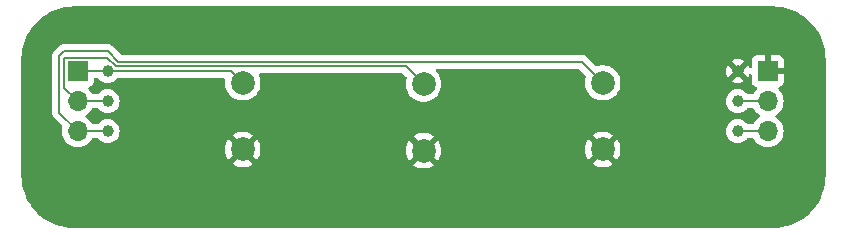
<source format=gbr>
%TF.GenerationSoftware,KiCad,Pcbnew,8.0.1*%
%TF.CreationDate,2024-08-17T00:08:37+01:00*%
%TF.ProjectId,ProjectALIENExpansionDemoButtons,50726f6a-6563-4744-914c-49454e457870,rev?*%
%TF.SameCoordinates,Original*%
%TF.FileFunction,Copper,L1,Top*%
%TF.FilePolarity,Positive*%
%FSLAX46Y46*%
G04 Gerber Fmt 4.6, Leading zero omitted, Abs format (unit mm)*
G04 Created by KiCad (PCBNEW 8.0.1) date 2024-08-17 00:08:37*
%MOMM*%
%LPD*%
G01*
G04 APERTURE LIST*
%TA.AperFunction,ComponentPad*%
%ADD10C,2.000000*%
%TD*%
%TA.AperFunction,ComponentPad*%
%ADD11C,1.000000*%
%TD*%
%TA.AperFunction,ComponentPad*%
%ADD12R,1.700000X1.700000*%
%TD*%
%TA.AperFunction,ComponentPad*%
%ADD13O,1.700000X1.700000*%
%TD*%
%TA.AperFunction,Conductor*%
%ADD14C,0.200000*%
%TD*%
G04 APERTURE END LIST*
D10*
%TO.P,SW3,1,1*%
%TO.N,D13*%
X153670000Y-126715000D03*
%TO.P,SW3,2,2*%
%TO.N,GND*%
X153670000Y-132365000D03*
%TD*%
%TO.P,SW2,1,1*%
%TO.N,D12*%
X138500000Y-126815000D03*
%TO.P,SW2,2,2*%
%TO.N,GND*%
X138500000Y-132465000D03*
%TD*%
%TO.P,SW1,1,1*%
%TO.N,D11*%
X123190000Y-126715000D03*
%TO.P,SW1,2,2*%
%TO.N,GND*%
X123190000Y-132365000D03*
%TD*%
D11*
%TO.P,TP2,1,1*%
%TO.N,D12*%
X111760000Y-128270000D03*
%TD*%
%TO.P,TP5,1,1*%
%TO.N,+3.3V*%
X165100000Y-128270000D03*
%TD*%
%TO.P,TP3,1,1*%
%TO.N,D13*%
X111760000Y-130810000D03*
%TD*%
%TO.P,TP4,1,1*%
%TO.N,GND*%
X165100000Y-125730000D03*
%TD*%
%TO.P,TP6,1,1*%
%TO.N,+5V*%
X165100000Y-130810000D03*
%TD*%
%TO.P,TP1,1,1*%
%TO.N,D11*%
X111760000Y-125730000D03*
%TD*%
D12*
%TO.P,J1,1,Pin_1*%
%TO.N,D11*%
X109220000Y-125730000D03*
D13*
%TO.P,J1,2,Pin_2*%
%TO.N,D12*%
X109220000Y-128270000D03*
%TO.P,J1,3,Pin_3*%
%TO.N,D13*%
X109220000Y-130810000D03*
%TD*%
D12*
%TO.P,J2,1,Pin_1*%
%TO.N,GND*%
X167640000Y-125730000D03*
D13*
%TO.P,J2,2,Pin_2*%
%TO.N,+3.3V*%
X167640000Y-128270000D03*
%TO.P,J2,3,Pin_3*%
%TO.N,+5V*%
X167640000Y-130810000D03*
%TD*%
D14*
%TO.N,D13*%
X151885000Y-124930000D02*
X153670000Y-126715000D01*
X112657057Y-124930000D02*
X151885000Y-124930000D01*
X108024315Y-124060000D02*
X111787057Y-124060000D01*
X107670000Y-124414314D02*
X108024315Y-124060000D01*
X109220000Y-130810000D02*
X107670000Y-129260000D01*
X107670000Y-129260000D02*
X107670000Y-124414314D01*
X111787057Y-124060000D02*
X112657057Y-124930000D01*
%TO.N,D12*%
X137015000Y-125330000D02*
X138500000Y-126815000D01*
X112491371Y-125330000D02*
X137015000Y-125330000D01*
X108070000Y-124580000D02*
X111741371Y-124580000D01*
X108070000Y-127120000D02*
X108070000Y-124580000D01*
X111741371Y-124580000D02*
X112491371Y-125330000D01*
X109220000Y-128270000D02*
X108070000Y-127120000D01*
%TO.N,D11*%
X111760000Y-125730000D02*
X122205000Y-125730000D01*
X122205000Y-125730000D02*
X123190000Y-126715000D01*
%TO.N,+3.3V*%
X165100000Y-128270000D02*
X167640000Y-128270000D01*
%TO.N,+5V*%
X167640000Y-130810000D02*
X165100000Y-130810000D01*
%TO.N,D13*%
X111760000Y-130810000D02*
X109220000Y-130810000D01*
%TO.N,D12*%
X109220000Y-128270000D02*
X111760000Y-128270000D01*
%TO.N,D11*%
X109220000Y-125730000D02*
X111760000Y-125730000D01*
%TD*%
%TA.AperFunction,Conductor*%
%TO.N,GND*%
G36*
X168052702Y-120250617D02*
G01*
X168436771Y-120267386D01*
X168447506Y-120268326D01*
X168825971Y-120318152D01*
X168836597Y-120320025D01*
X169209284Y-120402648D01*
X169219710Y-120405442D01*
X169583765Y-120520227D01*
X169593911Y-120523920D01*
X169946578Y-120670000D01*
X169956369Y-120674566D01*
X170294942Y-120850816D01*
X170304310Y-120856224D01*
X170626244Y-121061318D01*
X170635105Y-121067523D01*
X170937930Y-121299889D01*
X170946217Y-121306843D01*
X171227635Y-121564715D01*
X171235284Y-121572364D01*
X171493156Y-121853782D01*
X171500110Y-121862069D01*
X171732476Y-122164894D01*
X171738681Y-122173755D01*
X171943775Y-122495689D01*
X171949183Y-122505057D01*
X172125430Y-122843623D01*
X172130002Y-122853427D01*
X172276075Y-123206078D01*
X172279775Y-123216244D01*
X172394554Y-123580278D01*
X172397354Y-123590727D01*
X172479971Y-123963389D01*
X172481849Y-123974042D01*
X172531671Y-124352473D01*
X172532614Y-124363249D01*
X172549382Y-124747297D01*
X172549500Y-124752706D01*
X172549500Y-134527293D01*
X172549382Y-134532702D01*
X172532614Y-134916750D01*
X172531671Y-134927526D01*
X172481849Y-135305957D01*
X172479971Y-135316610D01*
X172397354Y-135689272D01*
X172394554Y-135699721D01*
X172279775Y-136063755D01*
X172276075Y-136073921D01*
X172130002Y-136426572D01*
X172125430Y-136436376D01*
X171949183Y-136774942D01*
X171943775Y-136784310D01*
X171738681Y-137106244D01*
X171732476Y-137115105D01*
X171500110Y-137417930D01*
X171493156Y-137426217D01*
X171235284Y-137707635D01*
X171227635Y-137715284D01*
X170946217Y-137973156D01*
X170937930Y-137980110D01*
X170635105Y-138212476D01*
X170626244Y-138218681D01*
X170304310Y-138423775D01*
X170294942Y-138429183D01*
X169956376Y-138605430D01*
X169946572Y-138610002D01*
X169593921Y-138756075D01*
X169583755Y-138759775D01*
X169219721Y-138874554D01*
X169209272Y-138877354D01*
X168836610Y-138959971D01*
X168825957Y-138961849D01*
X168447526Y-139011671D01*
X168436750Y-139012614D01*
X168052703Y-139029382D01*
X168047294Y-139029500D01*
X108952706Y-139029500D01*
X108947297Y-139029382D01*
X108563249Y-139012614D01*
X108552473Y-139011671D01*
X108174042Y-138961849D01*
X108163389Y-138959971D01*
X107790727Y-138877354D01*
X107780278Y-138874554D01*
X107416244Y-138759775D01*
X107406078Y-138756075D01*
X107053427Y-138610002D01*
X107043623Y-138605430D01*
X106705057Y-138429183D01*
X106695689Y-138423775D01*
X106373755Y-138218681D01*
X106364894Y-138212476D01*
X106062069Y-137980110D01*
X106053782Y-137973156D01*
X105772364Y-137715284D01*
X105764715Y-137707635D01*
X105506843Y-137426217D01*
X105499889Y-137417930D01*
X105267523Y-137115105D01*
X105261318Y-137106244D01*
X105056224Y-136784310D01*
X105050816Y-136774942D01*
X104874569Y-136436376D01*
X104869997Y-136426572D01*
X104723924Y-136073921D01*
X104720224Y-136063755D01*
X104605442Y-135699710D01*
X104602648Y-135689284D01*
X104520025Y-135316597D01*
X104518152Y-135305971D01*
X104468326Y-134927506D01*
X104467386Y-134916771D01*
X104450618Y-134532702D01*
X104450500Y-134527293D01*
X104450500Y-132365005D01*
X121684859Y-132365005D01*
X121705385Y-132612729D01*
X121705387Y-132612738D01*
X121766412Y-132853717D01*
X121866266Y-133081364D01*
X121966564Y-133234882D01*
X122666212Y-132535234D01*
X122677482Y-132577292D01*
X122749890Y-132702708D01*
X122852292Y-132805110D01*
X122977708Y-132877518D01*
X123019765Y-132888787D01*
X122319942Y-133588609D01*
X122366768Y-133625055D01*
X122366770Y-133625056D01*
X122585385Y-133743364D01*
X122585396Y-133743369D01*
X122820506Y-133824083D01*
X123065707Y-133865000D01*
X123314293Y-133865000D01*
X123559493Y-133824083D01*
X123794603Y-133743369D01*
X123794614Y-133743364D01*
X124013228Y-133625057D01*
X124013231Y-133625055D01*
X124060056Y-133588609D01*
X123360234Y-132888787D01*
X123402292Y-132877518D01*
X123527708Y-132805110D01*
X123630110Y-132702708D01*
X123702518Y-132577292D01*
X123713787Y-132535235D01*
X124413434Y-133234882D01*
X124513731Y-133081369D01*
X124613587Y-132853717D01*
X124674612Y-132612738D01*
X124674614Y-132612729D01*
X124686855Y-132465005D01*
X136994859Y-132465005D01*
X137015385Y-132712729D01*
X137015387Y-132712738D01*
X137076412Y-132953717D01*
X137176266Y-133181364D01*
X137276564Y-133334882D01*
X137976212Y-132635234D01*
X137987482Y-132677292D01*
X138059890Y-132802708D01*
X138162292Y-132905110D01*
X138287708Y-132977518D01*
X138329765Y-132988787D01*
X137629942Y-133688609D01*
X137676768Y-133725055D01*
X137676770Y-133725056D01*
X137895385Y-133843364D01*
X137895396Y-133843369D01*
X138130506Y-133924083D01*
X138375707Y-133965000D01*
X138624293Y-133965000D01*
X138869493Y-133924083D01*
X139104603Y-133843369D01*
X139104614Y-133843364D01*
X139323228Y-133725057D01*
X139323231Y-133725055D01*
X139370056Y-133688609D01*
X138670234Y-132988787D01*
X138712292Y-132977518D01*
X138837708Y-132905110D01*
X138940110Y-132802708D01*
X139012518Y-132677292D01*
X139023787Y-132635235D01*
X139723434Y-133334882D01*
X139823731Y-133181369D01*
X139923587Y-132953717D01*
X139984612Y-132712738D01*
X139984614Y-132712729D01*
X140005141Y-132465005D01*
X140005141Y-132464994D01*
X139996856Y-132365005D01*
X152164859Y-132365005D01*
X152185385Y-132612729D01*
X152185387Y-132612738D01*
X152246412Y-132853717D01*
X152346266Y-133081364D01*
X152446564Y-133234882D01*
X153146212Y-132535234D01*
X153157482Y-132577292D01*
X153229890Y-132702708D01*
X153332292Y-132805110D01*
X153457708Y-132877518D01*
X153499765Y-132888787D01*
X152799942Y-133588609D01*
X152846768Y-133625055D01*
X152846770Y-133625056D01*
X153065385Y-133743364D01*
X153065396Y-133743369D01*
X153300506Y-133824083D01*
X153545707Y-133865000D01*
X153794293Y-133865000D01*
X154039493Y-133824083D01*
X154274603Y-133743369D01*
X154274614Y-133743364D01*
X154493228Y-133625057D01*
X154493231Y-133625055D01*
X154540056Y-133588609D01*
X153840234Y-132888787D01*
X153882292Y-132877518D01*
X154007708Y-132805110D01*
X154110110Y-132702708D01*
X154182518Y-132577292D01*
X154193787Y-132535235D01*
X154893434Y-133234882D01*
X154993731Y-133081369D01*
X155093587Y-132853717D01*
X155154612Y-132612738D01*
X155154614Y-132612729D01*
X155175141Y-132365005D01*
X155175141Y-132364994D01*
X155154614Y-132117270D01*
X155154612Y-132117261D01*
X155093587Y-131876282D01*
X154993731Y-131648630D01*
X154893434Y-131495116D01*
X154193787Y-132194764D01*
X154182518Y-132152708D01*
X154110110Y-132027292D01*
X154007708Y-131924890D01*
X153882292Y-131852482D01*
X153840235Y-131841212D01*
X154540057Y-131141390D01*
X154540056Y-131141389D01*
X154493229Y-131104943D01*
X154274614Y-130986635D01*
X154274603Y-130986630D01*
X154039493Y-130905916D01*
X153794293Y-130865000D01*
X153545707Y-130865000D01*
X153300506Y-130905916D01*
X153065396Y-130986630D01*
X153065390Y-130986632D01*
X152846761Y-131104949D01*
X152799942Y-131141388D01*
X152799942Y-131141390D01*
X153499765Y-131841212D01*
X153457708Y-131852482D01*
X153332292Y-131924890D01*
X153229890Y-132027292D01*
X153157482Y-132152708D01*
X153146212Y-132194764D01*
X152446564Y-131495116D01*
X152346267Y-131648632D01*
X152246412Y-131876282D01*
X152185387Y-132117261D01*
X152185385Y-132117270D01*
X152164859Y-132364994D01*
X152164859Y-132365005D01*
X139996856Y-132365005D01*
X139984614Y-132217270D01*
X139984612Y-132217261D01*
X139923587Y-131976282D01*
X139823731Y-131748630D01*
X139723434Y-131595116D01*
X139023787Y-132294764D01*
X139012518Y-132252708D01*
X138940110Y-132127292D01*
X138837708Y-132024890D01*
X138712292Y-131952482D01*
X138670235Y-131941212D01*
X139370057Y-131241390D01*
X139370056Y-131241389D01*
X139323229Y-131204943D01*
X139104614Y-131086635D01*
X139104603Y-131086630D01*
X138869493Y-131005916D01*
X138624293Y-130965000D01*
X138375707Y-130965000D01*
X138130506Y-131005916D01*
X137895396Y-131086630D01*
X137895390Y-131086632D01*
X137676761Y-131204949D01*
X137629942Y-131241388D01*
X137629942Y-131241390D01*
X138329765Y-131941212D01*
X138287708Y-131952482D01*
X138162292Y-132024890D01*
X138059890Y-132127292D01*
X137987482Y-132252708D01*
X137976212Y-132294764D01*
X137276564Y-131595116D01*
X137176267Y-131748632D01*
X137076412Y-131976282D01*
X137015387Y-132217261D01*
X137015385Y-132217270D01*
X136994859Y-132464994D01*
X136994859Y-132465005D01*
X124686855Y-132465005D01*
X124695141Y-132365005D01*
X124695141Y-132364994D01*
X124674614Y-132117270D01*
X124674612Y-132117261D01*
X124613587Y-131876282D01*
X124513731Y-131648630D01*
X124413434Y-131495116D01*
X123713787Y-132194764D01*
X123702518Y-132152708D01*
X123630110Y-132027292D01*
X123527708Y-131924890D01*
X123402292Y-131852482D01*
X123360235Y-131841212D01*
X124060057Y-131141390D01*
X124060056Y-131141389D01*
X124013229Y-131104943D01*
X123794614Y-130986635D01*
X123794603Y-130986630D01*
X123559493Y-130905916D01*
X123314293Y-130865000D01*
X123065707Y-130865000D01*
X122820506Y-130905916D01*
X122585396Y-130986630D01*
X122585390Y-130986632D01*
X122366761Y-131104949D01*
X122319942Y-131141388D01*
X122319942Y-131141390D01*
X123019765Y-131841212D01*
X122977708Y-131852482D01*
X122852292Y-131924890D01*
X122749890Y-132027292D01*
X122677482Y-132152708D01*
X122666212Y-132194764D01*
X121966564Y-131495116D01*
X121866267Y-131648632D01*
X121766412Y-131876282D01*
X121705387Y-132117261D01*
X121705385Y-132117270D01*
X121684859Y-132364994D01*
X121684859Y-132365005D01*
X104450500Y-132365005D01*
X104450500Y-129339054D01*
X107069498Y-129339054D01*
X107069499Y-129339057D01*
X107110423Y-129491785D01*
X107136007Y-129536097D01*
X107187251Y-129624855D01*
X107189479Y-129628714D01*
X107189481Y-129628717D01*
X107308349Y-129747585D01*
X107308355Y-129747590D01*
X107887233Y-130326468D01*
X107920718Y-130387791D01*
X107919327Y-130446241D01*
X107884939Y-130574583D01*
X107884936Y-130574596D01*
X107864341Y-130809999D01*
X107864341Y-130810000D01*
X107884936Y-131045403D01*
X107884938Y-131045413D01*
X107946094Y-131273655D01*
X107946096Y-131273659D01*
X107946097Y-131273663D01*
X108043293Y-131482099D01*
X108045965Y-131487830D01*
X108045967Y-131487834D01*
X108154281Y-131642521D01*
X108181505Y-131681401D01*
X108348599Y-131848495D01*
X108388283Y-131876282D01*
X108542165Y-131984032D01*
X108542167Y-131984033D01*
X108542170Y-131984035D01*
X108756337Y-132083903D01*
X108984592Y-132145063D01*
X109172918Y-132161539D01*
X109219999Y-132165659D01*
X109220000Y-132165659D01*
X109220001Y-132165659D01*
X109259234Y-132162226D01*
X109455408Y-132145063D01*
X109683663Y-132083903D01*
X109897830Y-131984035D01*
X110091401Y-131848495D01*
X110258495Y-131681401D01*
X110394035Y-131487830D01*
X110396707Y-131482097D01*
X110442878Y-131429658D01*
X110509091Y-131410500D01*
X110899880Y-131410500D01*
X110966919Y-131430185D01*
X110995733Y-131455835D01*
X111049116Y-131520883D01*
X111201460Y-131645909D01*
X111201467Y-131645913D01*
X111375266Y-131738811D01*
X111375269Y-131738811D01*
X111375273Y-131738814D01*
X111563868Y-131796024D01*
X111760000Y-131815341D01*
X111956132Y-131796024D01*
X112144727Y-131738814D01*
X112318538Y-131645910D01*
X112470883Y-131520883D01*
X112595910Y-131368538D01*
X112683350Y-131204949D01*
X112688811Y-131194733D01*
X112688811Y-131194732D01*
X112688814Y-131194727D01*
X112746024Y-131006132D01*
X112765341Y-130810000D01*
X164094659Y-130810000D01*
X164113975Y-131006129D01*
X164171188Y-131194733D01*
X164264086Y-131368532D01*
X164264090Y-131368539D01*
X164389116Y-131520883D01*
X164541460Y-131645909D01*
X164541467Y-131645913D01*
X164715266Y-131738811D01*
X164715269Y-131738811D01*
X164715273Y-131738814D01*
X164903868Y-131796024D01*
X165100000Y-131815341D01*
X165296132Y-131796024D01*
X165484727Y-131738814D01*
X165658538Y-131645910D01*
X165810883Y-131520883D01*
X165864267Y-131455835D01*
X165922012Y-131416501D01*
X165960120Y-131410500D01*
X166350909Y-131410500D01*
X166417948Y-131430185D01*
X166463292Y-131482097D01*
X166465965Y-131487830D01*
X166601505Y-131681401D01*
X166768599Y-131848495D01*
X166808283Y-131876282D01*
X166962165Y-131984032D01*
X166962167Y-131984033D01*
X166962170Y-131984035D01*
X167176337Y-132083903D01*
X167404592Y-132145063D01*
X167592918Y-132161539D01*
X167639999Y-132165659D01*
X167640000Y-132165659D01*
X167640001Y-132165659D01*
X167679234Y-132162226D01*
X167875408Y-132145063D01*
X168103663Y-132083903D01*
X168317830Y-131984035D01*
X168511401Y-131848495D01*
X168678495Y-131681401D01*
X168814035Y-131487830D01*
X168913903Y-131273663D01*
X168975063Y-131045408D01*
X168995659Y-130810000D01*
X168975063Y-130574592D01*
X168913903Y-130346337D01*
X168814035Y-130132171D01*
X168814034Y-130132169D01*
X168678494Y-129938597D01*
X168511402Y-129771506D01*
X168511396Y-129771501D01*
X168325842Y-129641575D01*
X168282217Y-129586998D01*
X168275023Y-129517500D01*
X168306546Y-129455145D01*
X168325842Y-129438425D01*
X168348026Y-129422891D01*
X168511401Y-129308495D01*
X168678495Y-129141401D01*
X168814035Y-128947830D01*
X168913903Y-128733663D01*
X168975063Y-128505408D01*
X168995659Y-128270000D01*
X168975063Y-128034592D01*
X168913903Y-127806337D01*
X168814035Y-127592171D01*
X168814034Y-127592169D01*
X168678496Y-127398600D01*
X168621082Y-127341186D01*
X168556179Y-127276283D01*
X168522696Y-127214963D01*
X168527680Y-127145271D01*
X168569551Y-127089337D01*
X168600529Y-127072422D01*
X168732086Y-127023354D01*
X168732093Y-127023350D01*
X168847187Y-126937190D01*
X168847190Y-126937187D01*
X168933350Y-126822093D01*
X168933354Y-126822086D01*
X168983596Y-126687379D01*
X168983598Y-126687372D01*
X168989999Y-126627844D01*
X168990000Y-126627827D01*
X168990000Y-125980000D01*
X168073012Y-125980000D01*
X168105925Y-125922993D01*
X168140000Y-125795826D01*
X168140000Y-125664174D01*
X168105925Y-125537007D01*
X168073012Y-125480000D01*
X168990000Y-125480000D01*
X168990000Y-124832172D01*
X168989999Y-124832155D01*
X168983598Y-124772627D01*
X168983596Y-124772620D01*
X168933354Y-124637913D01*
X168933350Y-124637906D01*
X168847190Y-124522812D01*
X168847187Y-124522809D01*
X168732093Y-124436649D01*
X168732086Y-124436645D01*
X168597379Y-124386403D01*
X168597372Y-124386401D01*
X168537844Y-124380000D01*
X167890000Y-124380000D01*
X167890000Y-125296988D01*
X167832993Y-125264075D01*
X167705826Y-125230000D01*
X167574174Y-125230000D01*
X167447007Y-125264075D01*
X167390000Y-125296988D01*
X167390000Y-124380000D01*
X166742155Y-124380000D01*
X166682627Y-124386401D01*
X166682620Y-124386403D01*
X166547913Y-124436645D01*
X166547906Y-124436649D01*
X166432812Y-124522809D01*
X166432809Y-124522812D01*
X166346649Y-124637906D01*
X166346645Y-124637913D01*
X166296403Y-124772620D01*
X166296401Y-124772627D01*
X166290000Y-124832155D01*
X166290000Y-125372069D01*
X166270315Y-125439108D01*
X166217511Y-125484863D01*
X166148353Y-125494807D01*
X166084797Y-125465782D01*
X166047340Y-125408065D01*
X166028350Y-125345465D01*
X165962075Y-125221476D01*
X165453553Y-125729999D01*
X165453553Y-125730000D01*
X165962076Y-126238523D01*
X166028348Y-126114537D01*
X166047339Y-126051935D01*
X166085637Y-125993496D01*
X166149449Y-125965040D01*
X166218516Y-125975600D01*
X166270910Y-126021824D01*
X166290000Y-126087930D01*
X166290000Y-126627844D01*
X166296401Y-126687372D01*
X166296403Y-126687379D01*
X166346645Y-126822086D01*
X166346649Y-126822093D01*
X166432809Y-126937187D01*
X166432812Y-126937190D01*
X166547906Y-127023350D01*
X166547913Y-127023354D01*
X166679470Y-127072421D01*
X166735403Y-127114292D01*
X166759821Y-127179756D01*
X166744970Y-127248029D01*
X166723819Y-127276284D01*
X166601503Y-127398600D01*
X166465965Y-127592170D01*
X166465962Y-127592175D01*
X166463289Y-127597909D01*
X166417115Y-127650346D01*
X166350909Y-127669500D01*
X165960120Y-127669500D01*
X165893081Y-127649815D01*
X165864267Y-127624165D01*
X165810883Y-127559116D01*
X165658539Y-127434090D01*
X165658532Y-127434086D01*
X165484733Y-127341188D01*
X165484727Y-127341186D01*
X165296132Y-127283976D01*
X165296129Y-127283975D01*
X165100000Y-127264659D01*
X164903870Y-127283975D01*
X164715266Y-127341188D01*
X164541467Y-127434086D01*
X164541460Y-127434090D01*
X164389116Y-127559116D01*
X164264090Y-127711460D01*
X164264086Y-127711467D01*
X164171188Y-127885266D01*
X164113975Y-128073870D01*
X164094659Y-128270000D01*
X164113975Y-128466129D01*
X164171188Y-128654733D01*
X164264086Y-128828532D01*
X164264090Y-128828539D01*
X164389116Y-128980883D01*
X164541460Y-129105909D01*
X164541467Y-129105913D01*
X164715266Y-129198811D01*
X164715269Y-129198811D01*
X164715273Y-129198814D01*
X164903868Y-129256024D01*
X165100000Y-129275341D01*
X165296132Y-129256024D01*
X165484727Y-129198814D01*
X165532371Y-129173348D01*
X165658532Y-129105913D01*
X165658538Y-129105910D01*
X165810883Y-128980883D01*
X165864267Y-128915835D01*
X165922012Y-128876501D01*
X165960120Y-128870500D01*
X166350909Y-128870500D01*
X166417948Y-128890185D01*
X166463292Y-128942097D01*
X166465965Y-128947830D01*
X166465966Y-128947831D01*
X166601501Y-129141395D01*
X166601506Y-129141402D01*
X166768597Y-129308493D01*
X166768603Y-129308498D01*
X166954158Y-129438425D01*
X166997783Y-129493002D01*
X167004977Y-129562500D01*
X166973454Y-129624855D01*
X166954158Y-129641575D01*
X166768597Y-129771505D01*
X166601506Y-129938596D01*
X166465965Y-130132170D01*
X166465962Y-130132175D01*
X166463289Y-130137909D01*
X166417115Y-130190346D01*
X166350909Y-130209500D01*
X165960120Y-130209500D01*
X165893081Y-130189815D01*
X165864267Y-130164165D01*
X165810883Y-130099116D01*
X165658539Y-129974090D01*
X165658532Y-129974086D01*
X165484733Y-129881188D01*
X165484727Y-129881186D01*
X165296132Y-129823976D01*
X165296129Y-129823975D01*
X165100000Y-129804659D01*
X164903870Y-129823975D01*
X164715266Y-129881188D01*
X164541467Y-129974086D01*
X164541460Y-129974090D01*
X164389116Y-130099116D01*
X164264090Y-130251460D01*
X164264086Y-130251467D01*
X164171188Y-130425266D01*
X164113975Y-130613870D01*
X164094659Y-130810000D01*
X112765341Y-130810000D01*
X112746024Y-130613868D01*
X112688814Y-130425273D01*
X112688811Y-130425269D01*
X112688811Y-130425266D01*
X112595913Y-130251467D01*
X112595909Y-130251460D01*
X112470883Y-130099116D01*
X112318539Y-129974090D01*
X112318532Y-129974086D01*
X112144733Y-129881188D01*
X112144727Y-129881186D01*
X111956132Y-129823976D01*
X111956129Y-129823975D01*
X111760000Y-129804659D01*
X111563870Y-129823975D01*
X111375266Y-129881188D01*
X111201467Y-129974086D01*
X111201460Y-129974090D01*
X111049116Y-130099116D01*
X110995733Y-130164165D01*
X110937988Y-130203499D01*
X110899880Y-130209500D01*
X110509091Y-130209500D01*
X110442052Y-130189815D01*
X110396711Y-130137909D01*
X110394037Y-130132175D01*
X110394034Y-130132170D01*
X110394033Y-130132169D01*
X110258495Y-129938599D01*
X110258494Y-129938597D01*
X110091402Y-129771506D01*
X110091396Y-129771501D01*
X109905842Y-129641575D01*
X109862217Y-129586998D01*
X109855023Y-129517500D01*
X109886546Y-129455145D01*
X109905842Y-129438425D01*
X109928026Y-129422891D01*
X110091401Y-129308495D01*
X110258495Y-129141401D01*
X110394035Y-128947830D01*
X110396707Y-128942097D01*
X110442878Y-128889658D01*
X110509091Y-128870500D01*
X110899880Y-128870500D01*
X110966919Y-128890185D01*
X110995733Y-128915835D01*
X111049116Y-128980883D01*
X111201460Y-129105909D01*
X111201467Y-129105913D01*
X111375266Y-129198811D01*
X111375269Y-129198811D01*
X111375273Y-129198814D01*
X111563868Y-129256024D01*
X111760000Y-129275341D01*
X111956132Y-129256024D01*
X112144727Y-129198814D01*
X112192371Y-129173348D01*
X112318532Y-129105913D01*
X112318538Y-129105910D01*
X112470883Y-128980883D01*
X112595910Y-128828538D01*
X112688814Y-128654727D01*
X112746024Y-128466132D01*
X112765341Y-128270000D01*
X112746024Y-128073868D01*
X112688814Y-127885273D01*
X112688811Y-127885269D01*
X112688811Y-127885266D01*
X112595913Y-127711467D01*
X112595909Y-127711460D01*
X112470883Y-127559116D01*
X112318539Y-127434090D01*
X112318532Y-127434086D01*
X112144733Y-127341188D01*
X112144727Y-127341186D01*
X111956132Y-127283976D01*
X111956129Y-127283975D01*
X111760000Y-127264659D01*
X111563870Y-127283975D01*
X111375266Y-127341188D01*
X111201467Y-127434086D01*
X111201460Y-127434090D01*
X111049116Y-127559116D01*
X110995733Y-127624165D01*
X110937988Y-127663499D01*
X110899880Y-127669500D01*
X110509091Y-127669500D01*
X110442052Y-127649815D01*
X110396711Y-127597909D01*
X110394037Y-127592175D01*
X110394034Y-127592170D01*
X110394033Y-127592169D01*
X110283343Y-127434086D01*
X110258496Y-127398600D01*
X110201082Y-127341186D01*
X110136567Y-127276671D01*
X110103084Y-127215351D01*
X110108068Y-127145659D01*
X110149939Y-127089725D01*
X110180915Y-127072810D01*
X110312331Y-127023796D01*
X110427546Y-126937546D01*
X110513796Y-126822331D01*
X110564091Y-126687483D01*
X110570500Y-126627873D01*
X110570500Y-126454500D01*
X110590185Y-126387461D01*
X110642989Y-126341706D01*
X110694500Y-126330500D01*
X110899880Y-126330500D01*
X110966919Y-126350185D01*
X110995733Y-126375835D01*
X111049116Y-126440883D01*
X111201460Y-126565909D01*
X111201467Y-126565913D01*
X111375266Y-126658811D01*
X111375269Y-126658811D01*
X111375273Y-126658814D01*
X111563868Y-126716024D01*
X111760000Y-126735341D01*
X111956132Y-126716024D01*
X112144727Y-126658814D01*
X112202614Y-126627873D01*
X112316149Y-126567187D01*
X112318538Y-126565910D01*
X112470883Y-126440883D01*
X112501982Y-126402989D01*
X112524267Y-126375835D01*
X112582012Y-126336501D01*
X112620120Y-126330500D01*
X121581518Y-126330500D01*
X121648557Y-126350185D01*
X121694312Y-126402989D01*
X121705094Y-126464740D01*
X121684357Y-126714994D01*
X121684357Y-126715005D01*
X121704890Y-126962812D01*
X121704892Y-126962824D01*
X121765936Y-127203881D01*
X121865826Y-127431606D01*
X122001833Y-127639782D01*
X122001836Y-127639785D01*
X122170256Y-127822738D01*
X122366491Y-127975474D01*
X122585190Y-128093828D01*
X122820386Y-128174571D01*
X123065665Y-128215500D01*
X123314335Y-128215500D01*
X123559614Y-128174571D01*
X123794810Y-128093828D01*
X124013509Y-127975474D01*
X124209744Y-127822738D01*
X124378164Y-127639785D01*
X124514173Y-127431607D01*
X124614063Y-127203881D01*
X124675108Y-126962821D01*
X124675109Y-126962812D01*
X124695643Y-126715005D01*
X124695643Y-126714994D01*
X124675109Y-126467187D01*
X124675107Y-126467175D01*
X124614063Y-126226118D01*
X124560633Y-126104310D01*
X124551730Y-126035010D01*
X124581707Y-125971898D01*
X124641047Y-125935011D01*
X124674189Y-125930500D01*
X136714903Y-125930500D01*
X136781942Y-125950185D01*
X136802584Y-125966819D01*
X137043482Y-126207717D01*
X137076967Y-126269040D01*
X137076007Y-126325838D01*
X137014892Y-126567174D01*
X137014890Y-126567187D01*
X136994357Y-126814989D01*
X136994357Y-126815005D01*
X137014890Y-127062812D01*
X137014892Y-127062824D01*
X137075936Y-127303881D01*
X137175826Y-127531606D01*
X137311833Y-127739782D01*
X137311836Y-127739785D01*
X137480256Y-127922738D01*
X137676491Y-128075474D01*
X137895190Y-128193828D01*
X138130386Y-128274571D01*
X138375665Y-128315500D01*
X138624335Y-128315500D01*
X138869614Y-128274571D01*
X139104810Y-128193828D01*
X139323509Y-128075474D01*
X139519744Y-127922738D01*
X139688164Y-127739785D01*
X139824173Y-127531607D01*
X139924063Y-127303881D01*
X139985108Y-127062821D01*
X139988342Y-127023793D01*
X140005643Y-126815005D01*
X140005643Y-126814989D01*
X139985109Y-126567187D01*
X139985107Y-126567175D01*
X139924063Y-126326118D01*
X139824173Y-126098393D01*
X139688166Y-125890217D01*
X139656667Y-125856000D01*
X139548482Y-125738480D01*
X139517562Y-125675829D01*
X139525422Y-125606402D01*
X139569569Y-125552247D01*
X139635986Y-125530556D01*
X139639714Y-125530500D01*
X151584903Y-125530500D01*
X151651942Y-125550185D01*
X151672584Y-125566819D01*
X152213482Y-126107717D01*
X152246967Y-126169040D01*
X152246007Y-126225838D01*
X152184892Y-126467174D01*
X152184890Y-126467187D01*
X152164357Y-126714994D01*
X152164357Y-126715005D01*
X152184890Y-126962812D01*
X152184892Y-126962824D01*
X152245936Y-127203881D01*
X152345826Y-127431606D01*
X152481833Y-127639782D01*
X152481836Y-127639785D01*
X152650256Y-127822738D01*
X152846491Y-127975474D01*
X153065190Y-128093828D01*
X153300386Y-128174571D01*
X153545665Y-128215500D01*
X153794335Y-128215500D01*
X154039614Y-128174571D01*
X154274810Y-128093828D01*
X154493509Y-127975474D01*
X154689744Y-127822738D01*
X154858164Y-127639785D01*
X154994173Y-127431607D01*
X155094063Y-127203881D01*
X155155108Y-126962821D01*
X155155109Y-126962812D01*
X155175643Y-126715005D01*
X155175643Y-126714994D01*
X155165458Y-126592075D01*
X164591476Y-126592075D01*
X164715462Y-126658348D01*
X164903969Y-126715531D01*
X164903965Y-126715531D01*
X165100000Y-126734838D01*
X165296032Y-126715531D01*
X165484537Y-126658348D01*
X165608523Y-126592076D01*
X165608523Y-126592075D01*
X165100001Y-126083553D01*
X165100000Y-126083553D01*
X164591476Y-126592075D01*
X155165458Y-126592075D01*
X155155109Y-126467187D01*
X155155107Y-126467175D01*
X155094063Y-126226118D01*
X154994173Y-125998393D01*
X154858166Y-125790217D01*
X154802732Y-125730000D01*
X164095161Y-125730000D01*
X164114468Y-125926032D01*
X164171651Y-126114537D01*
X164237923Y-126238522D01*
X164696719Y-125779728D01*
X164850000Y-125779728D01*
X164888060Y-125871614D01*
X164958386Y-125941940D01*
X165050272Y-125980000D01*
X165149728Y-125980000D01*
X165241614Y-125941940D01*
X165311940Y-125871614D01*
X165350000Y-125779728D01*
X165350000Y-125680272D01*
X165311940Y-125588386D01*
X165241614Y-125518060D01*
X165149728Y-125480000D01*
X165050272Y-125480000D01*
X164958386Y-125518060D01*
X164888060Y-125588386D01*
X164850000Y-125680272D01*
X164850000Y-125779728D01*
X164696719Y-125779728D01*
X164746447Y-125730000D01*
X164237923Y-125221476D01*
X164171649Y-125345466D01*
X164114468Y-125533967D01*
X164095161Y-125730000D01*
X154802732Y-125730000D01*
X154752864Y-125675829D01*
X154689744Y-125607262D01*
X154493509Y-125454526D01*
X154493507Y-125454525D01*
X154493506Y-125454524D01*
X154274811Y-125336172D01*
X154274802Y-125336169D01*
X154039616Y-125255429D01*
X153794335Y-125214500D01*
X153545665Y-125214500D01*
X153300382Y-125255429D01*
X153300380Y-125255429D01*
X153194393Y-125291815D01*
X153124595Y-125294965D01*
X153066450Y-125262215D01*
X152672158Y-124867923D01*
X164591476Y-124867923D01*
X165100000Y-125376447D01*
X165100001Y-125376447D01*
X165608522Y-124867923D01*
X165484537Y-124801651D01*
X165296030Y-124744468D01*
X165296034Y-124744468D01*
X165100000Y-124725161D01*
X164903967Y-124744468D01*
X164715466Y-124801649D01*
X164591476Y-124867923D01*
X152672158Y-124867923D01*
X152372590Y-124568355D01*
X152372588Y-124568352D01*
X152253717Y-124449481D01*
X152253709Y-124449475D01*
X152132509Y-124379501D01*
X152132506Y-124379500D01*
X152116785Y-124370423D01*
X151964057Y-124329499D01*
X151805943Y-124329499D01*
X151798347Y-124329499D01*
X151798331Y-124329500D01*
X112957155Y-124329500D01*
X112890116Y-124309815D01*
X112869474Y-124293181D01*
X112274647Y-123698355D01*
X112274645Y-123698352D01*
X112155774Y-123579481D01*
X112155773Y-123579480D01*
X112068961Y-123529360D01*
X112068961Y-123529359D01*
X112068957Y-123529358D01*
X112018842Y-123500423D01*
X111866114Y-123459499D01*
X111708000Y-123459499D01*
X111700404Y-123459499D01*
X111700388Y-123459500D01*
X107945258Y-123459500D01*
X107792531Y-123500423D01*
X107792524Y-123500426D01*
X107655605Y-123579475D01*
X107655597Y-123579481D01*
X107543794Y-123691285D01*
X107301285Y-123933793D01*
X107189481Y-124045596D01*
X107189475Y-124045604D01*
X107110426Y-124182523D01*
X107110423Y-124182528D01*
X107083339Y-124283608D01*
X107083338Y-124283607D01*
X107069500Y-124335253D01*
X107069499Y-124335258D01*
X107069499Y-124503359D01*
X107069500Y-124503372D01*
X107069500Y-129173330D01*
X107069499Y-129173348D01*
X107069499Y-129339054D01*
X107069498Y-129339054D01*
X104450500Y-129339054D01*
X104450500Y-124752706D01*
X104450618Y-124747297D01*
X104455394Y-124637906D01*
X104467386Y-124363226D01*
X104468326Y-124352495D01*
X104518152Y-123974025D01*
X104520025Y-123963405D01*
X104602649Y-123590709D01*
X104605440Y-123580295D01*
X104720230Y-123216227D01*
X104723917Y-123206095D01*
X104870003Y-122853412D01*
X104874561Y-122843638D01*
X105050822Y-122505045D01*
X105056217Y-122495700D01*
X105261325Y-122173744D01*
X105267515Y-122164905D01*
X105499896Y-121862060D01*
X105506834Y-121853791D01*
X105764726Y-121572352D01*
X105772352Y-121564726D01*
X106053791Y-121306834D01*
X106062060Y-121299896D01*
X106364905Y-121067515D01*
X106373744Y-121061325D01*
X106695700Y-120856217D01*
X106705045Y-120850822D01*
X107043638Y-120674561D01*
X107053412Y-120670003D01*
X107406095Y-120523917D01*
X107416227Y-120520230D01*
X107780295Y-120405440D01*
X107790709Y-120402649D01*
X108163405Y-120320025D01*
X108174025Y-120318152D01*
X108552495Y-120268326D01*
X108563226Y-120267386D01*
X108947297Y-120250617D01*
X108952706Y-120250500D01*
X109015892Y-120250500D01*
X167984108Y-120250500D01*
X168047294Y-120250500D01*
X168052702Y-120250617D01*
G37*
%TD.AperFunction*%
%TD*%
M02*

</source>
